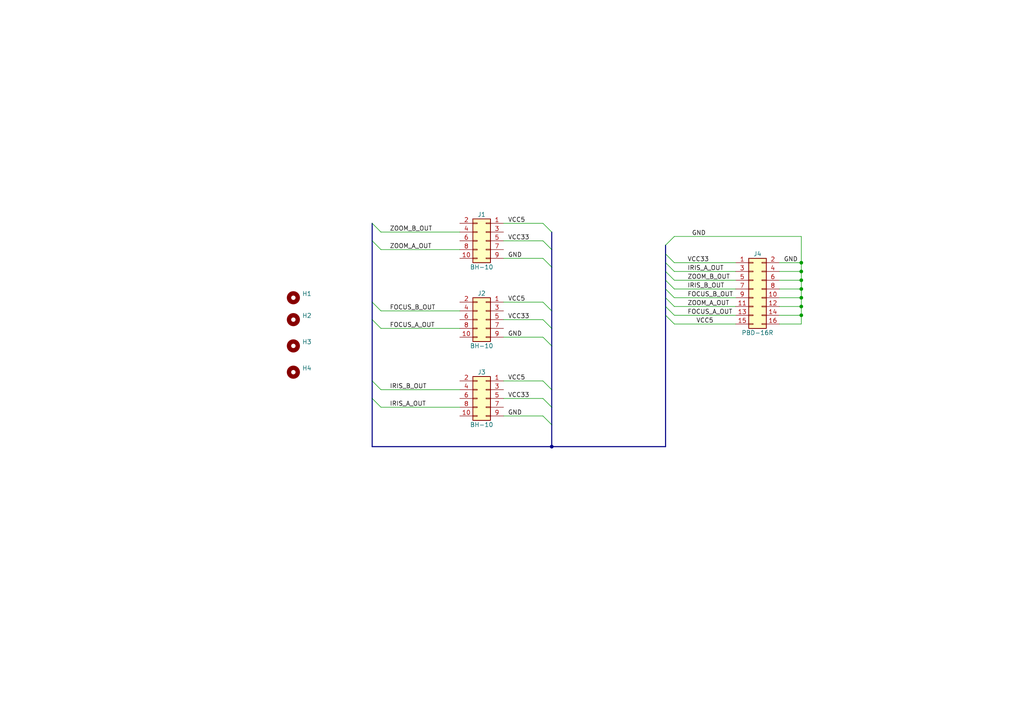
<source format=kicad_sch>
(kicad_sch (version 20211123) (generator eeschema)
  (paper "A4")
  (lib_symbols
    (symbol "Connector_Generic:Conn_02x05_Odd_Even" (pin_names (offset 1.016) hide)
      (property "Reference" "J" (at 1.27 7.62 0))
      (property "Value" "Conn_02x05_Odd_Even" (at 1.27 -7.62 0))
      (symbol "Conn_02x05_Odd_Even_1_1"
        (rectangle (start -1.27 -4.953) (end 0 -5.207) (stroke (width 0.1524)))
        (rectangle (start -1.27 -2.413) (end 0 -2.667) (stroke (width 0.1524)))
        (rectangle (start -1.27 0.127) (end 0 -0.127) (stroke (width 0.1524)))
        (rectangle (start -1.27 2.667) (end 0 2.413) (stroke (width 0.1524)))
        (rectangle (start -1.27 5.207) (end 0 4.953) (stroke (width 0.1524)))
        (rectangle (start -1.27 6.35) (end 3.81 -6.35) (stroke (width 0.254)) (fill (type background)))
        (rectangle (start 3.81 -4.953) (end 2.54 -5.207) (stroke (width 0.1524)))
        (rectangle (start 3.81 -2.413) (end 2.54 -2.667) (stroke (width 0.1524)))
        (rectangle (start 3.81 0.127) (end 2.54 -0.127) (stroke (width 0.1524)))
        (rectangle (start 3.81 2.667) (end 2.54 2.413) (stroke (width 0.1524)))
        (rectangle (start 3.81 5.207) (end 2.54 4.953) (stroke (width 0.1524)))
        (pin passive line (at -5.08 5.08 0) (length 3.81) (name "Pin_1") (number "1"))
        (pin passive line (at 7.62 -5.08 180) (length 3.81) (name "Pin_10") (number "10"))
        (pin passive line (at 7.62 5.08 180) (length 3.81) (name "Pin_2") (number "2"))
        (pin passive line (at -5.08 2.54 0) (length 3.81) (name "Pin_3") (number "3"))
        (pin passive line (at 7.62 2.54 180) (length 3.81) (name "Pin_4") (number "4"))
        (pin passive line (at -5.08 0 0) (length 3.81) (name "Pin_5") (number "5"))
        (pin passive line (at 7.62 0 180) (length 3.81) (name "Pin_6") (number "6"))
        (pin passive line (at -5.08 -2.54 0) (length 3.81) (name "Pin_7") (number "7"))
        (pin passive line (at 7.62 -2.54 180) (length 3.81) (name "Pin_8") (number "8"))
        (pin passive line (at -5.08 -5.08 0) (length 3.81) (name "Pin_9") (number "9"))
      )
    )
    (symbol "Connector_Generic:Conn_02x08_Odd_Even" (pin_names (offset 1.016) hide)
      (property "Reference" "J" (at 1.27 10.16 0))
      (property "Value" "Conn_02x08_Odd_Even" (at 1.27 -12.7 0))
      (symbol "Conn_02x08_Odd_Even_1_1"
        (rectangle (start -1.27 -10.033) (end 0 -10.287) (stroke (width 0.1524)))
        (rectangle (start -1.27 -7.493) (end 0 -7.747) (stroke (width 0.1524)))
        (rectangle (start -1.27 -4.953) (end 0 -5.207) (stroke (width 0.1524)))
        (rectangle (start -1.27 -2.413) (end 0 -2.667) (stroke (width 0.1524)))
        (rectangle (start -1.27 0.127) (end 0 -0.127) (stroke (width 0.1524)))
        (rectangle (start -1.27 2.667) (end 0 2.413) (stroke (width 0.1524)))
        (rectangle (start -1.27 5.207) (end 0 4.953) (stroke (width 0.1524)))
        (rectangle (start -1.27 7.747) (end 0 7.493) (stroke (width 0.1524)))
        (rectangle (start -1.27 8.89) (end 3.81 -11.43) (stroke (width 0.254)) (fill (type background)))
        (rectangle (start 3.81 -10.033) (end 2.54 -10.287) (stroke (width 0.1524)))
        (rectangle (start 3.81 -7.493) (end 2.54 -7.747) (stroke (width 0.1524)))
        (rectangle (start 3.81 -4.953) (end 2.54 -5.207) (stroke (width 0.1524)))
        (rectangle (start 3.81 -2.413) (end 2.54 -2.667) (stroke (width 0.1524)))
        (rectangle (start 3.81 0.127) (end 2.54 -0.127) (stroke (width 0.1524)))
        (rectangle (start 3.81 2.667) (end 2.54 2.413) (stroke (width 0.1524)))
        (rectangle (start 3.81 5.207) (end 2.54 4.953) (stroke (width 0.1524)))
        (rectangle (start 3.81 7.747) (end 2.54 7.493) (stroke (width 0.1524)))
        (pin passive line (at -5.08 7.62 0) (length 3.81) (name "Pin_1") (number "1"))
        (pin passive line (at 7.62 -2.54 180) (length 3.81) (name "Pin_10") (number "10"))
        (pin passive line (at -5.08 -5.08 0) (length 3.81) (name "Pin_11") (number "11"))
        (pin passive line (at 7.62 -5.08 180) (length 3.81) (name "Pin_12") (number "12"))
        (pin passive line (at -5.08 -7.62 0) (length 3.81) (name "Pin_13") (number "13"))
        (pin passive line (at 7.62 -7.62 180) (length 3.81) (name "Pin_14") (number "14"))
        (pin passive line (at -5.08 -10.16 0) (length 3.81) (name "Pin_15") (number "15"))
        (pin passive line (at 7.62 -10.16 180) (length 3.81) (name "Pin_16") (number "16"))
        (pin passive line (at 7.62 7.62 180) (length 3.81) (name "Pin_2") (number "2"))
        (pin passive line (at -5.08 5.08 0) (length 3.81) (name "Pin_3") (number "3"))
        (pin passive line (at 7.62 5.08 180) (length 3.81) (name "Pin_4") (number "4"))
        (pin passive line (at -5.08 2.54 0) (length 3.81) (name "Pin_5") (number "5"))
        (pin passive line (at 7.62 2.54 180) (length 3.81) (name "Pin_6") (number "6"))
        (pin passive line (at -5.08 0 0) (length 3.81) (name "Pin_7") (number "7"))
        (pin passive line (at 7.62 0 180) (length 3.81) (name "Pin_8") (number "8"))
        (pin passive line (at -5.08 -2.54 0) (length 3.81) (name "Pin_9") (number "9"))
      )
    )
    (symbol "Mechanical:MountingHole" (pin_names (offset 1.016))
      (property "Reference" "H" (at 0 5.08 0))
      (property "Value" "MountingHole" (at 0 3.175 0))
      (symbol "MountingHole_0_1"
        (circle (center 0 0) (radius 1.27) (stroke (width 1.27)))
      )
    )
  )
  (junction (at 232.41 88.9))
  (junction (at 232.41 78.74))
  (junction (at 232.41 86.36))
  (junction (at 232.41 76.2))
  (junction (at 232.41 83.82))
  (junction (at 232.41 91.44))
  (junction (at 232.41 81.28))
  (junction (at 160.02 129.54))
  (bus_entry (at 193.04 71.12) (size 2.54 -2.54))
  (bus_entry (at 107.95 69.85) (size 2.54 2.54))
  (bus_entry (at 107.95 64.77) (size 2.54 2.54))
  (bus_entry (at 107.95 87.63) (size 2.54 2.54))
  (bus_entry (at 107.95 92.71) (size 2.54 2.54))
  (bus_entry (at 107.95 110.49) (size 2.54 2.54))
  (bus_entry (at 107.95 115.57) (size 2.54 2.54))
  (bus_entry (at 193.04 73.66) (size 2.54 2.54))
  (bus_entry (at 193.04 76.2) (size 2.54 2.54))
  (bus_entry (at 193.04 78.74) (size 2.54 2.54))
  (bus_entry (at 193.04 81.28) (size 2.54 2.54))
  (bus_entry (at 193.04 83.82) (size 2.54 2.54))
  (bus_entry (at 193.04 86.36) (size 2.54 2.54))
  (bus_entry (at 193.04 88.9) (size 2.54 2.54))
  (bus_entry (at 193.04 91.44) (size 2.54 2.54))
  (bus_entry (at 157.48 92.71) (size 2.54 2.54))
  (bus_entry (at 157.48 69.85) (size 2.54 2.54))
  (bus_entry (at 157.48 74.93) (size 2.54 2.54))
  (bus_entry (at 157.48 64.77) (size 2.54 2.54))
  (bus_entry (at 157.48 87.63) (size 2.54 2.54))
  (bus_entry (at 157.48 120.65) (size 2.54 2.54))
  (bus_entry (at 157.48 110.49) (size 2.54 2.54))
  (bus_entry (at 157.48 115.57) (size 2.54 2.54))
  (bus_entry (at 157.48 97.79) (size 2.54 2.54))
  (bus (pts (xy 160.02 72.39) (xy 160.02 77.47)))
  (bus (pts (xy 160.02 113.03) (xy 160.02 118.11)))
  (wire (pts (xy 232.41 88.9) (xy 232.41 91.44)))
  (bus (pts (xy 193.04 81.28) (xy 193.04 83.82)))
  (wire (pts (xy 226.06 83.82) (xy 232.41 83.82)))
  (wire (pts (xy 232.41 78.74) (xy 232.41 81.28)))
  (bus (pts (xy 160.02 129.54) (xy 160.02 123.19)))
  (wire (pts (xy 110.49 95.25) (xy 133.35 95.25)))
  (bus (pts (xy 107.95 115.57) (xy 107.95 129.54)))
  (bus (pts (xy 193.04 76.2) (xy 193.04 78.74)))
  (bus (pts (xy 193.04 88.9) (xy 193.04 91.44)))
  (wire (pts (xy 195.58 78.74) (xy 213.36 78.74)))
  (wire (pts (xy 226.06 93.98) (xy 232.41 93.98)))
  (wire (pts (xy 195.58 86.36) (xy 213.36 86.36)))
  (wire (pts (xy 195.58 68.58) (xy 232.41 68.58)))
  (wire (pts (xy 226.06 81.28) (xy 232.41 81.28)))
  (wire (pts (xy 195.58 88.9) (xy 213.36 88.9)))
  (wire (pts (xy 226.06 91.44) (xy 232.41 91.44)))
  (wire (pts (xy 146.05 87.63) (xy 157.48 87.63)))
  (wire (pts (xy 232.41 68.58) (xy 232.41 76.2)))
  (wire (pts (xy 146.05 74.93) (xy 157.48 74.93)))
  (wire (pts (xy 195.58 81.28) (xy 213.36 81.28)))
  (bus (pts (xy 193.04 73.66) (xy 193.04 76.2)))
  (bus (pts (xy 193.04 71.12) (xy 193.04 73.66)))
  (wire (pts (xy 232.41 76.2) (xy 232.41 78.74)))
  (wire (pts (xy 232.41 86.36) (xy 232.41 88.9)))
  (bus (pts (xy 193.04 78.74) (xy 193.04 81.28)))
  (wire (pts (xy 110.49 113.03) (xy 133.35 113.03)))
  (wire (pts (xy 146.05 97.79) (xy 157.48 97.79)))
  (bus (pts (xy 160.02 90.17) (xy 160.02 95.25)))
  (wire (pts (xy 146.05 92.71) (xy 157.48 92.71)))
  (bus (pts (xy 193.04 86.36) (xy 193.04 88.9)))
  (wire (pts (xy 110.49 90.17) (xy 133.35 90.17)))
  (wire (pts (xy 195.58 83.82) (xy 213.36 83.82)))
  (bus (pts (xy 160.02 129.54) (xy 193.04 129.54)))
  (bus (pts (xy 107.95 92.71) (xy 107.95 110.49)))
  (wire (pts (xy 110.49 72.39) (xy 133.35 72.39)))
  (bus (pts (xy 160.02 67.31) (xy 160.02 72.39)))
  (wire (pts (xy 146.05 120.65) (xy 157.48 120.65)))
  (wire (pts (xy 226.06 86.36) (xy 232.41 86.36)))
  (wire (pts (xy 146.05 69.85) (xy 157.48 69.85)))
  (wire (pts (xy 226.06 88.9) (xy 232.41 88.9)))
  (wire (pts (xy 195.58 93.98) (xy 213.36 93.98)))
  (wire (pts (xy 146.05 64.77) (xy 157.48 64.77)))
  (bus (pts (xy 160.02 77.47) (xy 160.02 90.17)))
  (wire (pts (xy 232.41 83.82) (xy 232.41 86.36)))
  (bus (pts (xy 193.04 83.82) (xy 193.04 86.36)))
  (wire (pts (xy 232.41 81.28) (xy 232.41 83.82)))
  (wire (pts (xy 226.06 78.74) (xy 232.41 78.74)))
  (wire (pts (xy 157.48 115.57) (xy 146.05 115.57)))
  (wire (pts (xy 226.06 76.2) (xy 232.41 76.2)))
  (bus (pts (xy 107.95 87.63) (xy 107.95 92.71)))
  (wire (pts (xy 195.58 91.44) (xy 213.36 91.44)))
  (wire (pts (xy 232.41 91.44) (xy 232.41 93.98)))
  (wire (pts (xy 110.49 118.11) (xy 133.35 118.11)))
  (bus (pts (xy 160.02 100.33) (xy 160.02 113.03)))
  (bus (pts (xy 107.95 69.85) (xy 107.95 87.63)))
  (bus (pts (xy 160.02 95.25) (xy 160.02 100.33)))
  (bus (pts (xy 107.95 64.77) (xy 107.95 69.85)))
  (bus (pts (xy 107.95 129.54) (xy 160.02 129.54)))
  (bus (pts (xy 193.04 91.44) (xy 193.04 129.54)))
  (bus (pts (xy 160.02 118.11) (xy 160.02 123.19)))
  (wire (pts (xy 195.58 76.2) (xy 213.36 76.2)))
  (wire (pts (xy 110.49 67.31) (xy 133.35 67.31)))
  (wire (pts (xy 146.05 110.49) (xy 157.48 110.49)))
  (bus (pts (xy 107.95 110.49) (xy 107.95 115.57)))
  (label "VCC5" (at 147.32 87.63 0))
  (label "IRIS_A_OUT" (at 113.03 118.11 0))
  (label "VCC33" (at 199.39 76.2 0))
  (label "FOCUS_B_OUT" (at 113.03 90.17 0))
  (label "IRIS_B_OUT" (at 199.39 83.82 0))
  (label "GND" (at 147.32 120.65 0))
  (label "FOCUS_A_OUT" (at 199.39 91.44 0))
  (label "ZOOM_A_OUT" (at 113.03 72.39 0))
  (label "FOCUS_A_OUT" (at 113.03 95.25 0))
  (label "GND" (at 227.33 76.2 0))
  (label "IRIS_B_OUT" (at 113.03 113.03 0))
  (label "FOCUS_B_OUT" (at 199.39 86.36 0))
  (label "VCC5" (at 147.32 110.49 0))
  (label "ZOOM_B_OUT" (at 113.03 67.31 0))
  (label "GND" (at 147.32 74.93 0))
  (label "VCC33" (at 147.32 69.85 0))
  (label "ZOOM_A_OUT" (at 199.39 88.9 0))
  (label "VCC5" (at 201.93 93.98 0))
  (label "GND" (at 147.32 97.79 0))
  (label "GND" (at 200.66 68.58 0))
  (label "VCC33" (at 147.32 92.71 0))
  (label "ZOOM_B_OUT" (at 199.39 81.28 0))
  (label "VCC5" (at 147.32 64.77 0))
  (label "IRIS_A_OUT" (at 199.39 78.74 0))
  (label "VCC33" (at 147.32 115.57 0))
  (symbol (lib_id "Mechanical:MountingHole") (at 85.09 100.33 0) (unit 1)
    (property "Reference" "H3" (at 87.63 99.1616 0) (effects (justify left)))
    (property "Value" "MountingHole" (effects hide))
    (property "Footprint" "MountingHole:MountingHole_3.2mm_M3" (effects hide))
  )
  (symbol (lib_id "Connector_Generic:Conn_02x05_Odd_Even") (at 140.97 115.57 0) (mirror y) (unit 1)
    (property "Reference" "J3" (at 139.7 107.95 0))
    (property "Value" "BH-10" (at 139.7 123.19 0))
    (property "Footprint" "Connector_IDC:IDC-Header_2x05_P2.54mm_Vertical" (effects hide))
  )
  (symbol (lib_id "Mechanical:MountingHole") (at 85.09 107.95 0) (unit 1)
    (property "Reference" "H4" (at 87.63 106.7816 0) (effects (justify left)))
    (property "Value" "MountingHole" (effects hide))
    (property "Footprint" "MountingHole:MountingHole_3.2mm_M3" (effects hide))
  )
  (symbol (lib_id "Connector_Generic:Conn_02x05_Odd_Even") (at 140.97 92.71 0) (mirror y) (unit 1)
    (property "Reference" "J2" (at 139.7 85.09 0))
    (property "Value" "BH-10" (at 139.7 100.33 0))
    (property "Footprint" "Connector_IDC:IDC-Header_2x05_P2.54mm_Vertical" (effects hide))
  )
  (symbol (lib_id "Connector_Generic:Conn_02x08_Odd_Even") (at 218.44 83.82 0) (unit 1)
    (property "Reference" "J4" (at 219.71 73.66 0))
    (property "Value" "PBD-16R" (at 219.71 96.52 0))
    (property "Footprint" "Connector_PinSocket_2.54mm:PinSocket_2x08_P2.54mm_Horizontal" (effects hide))
  )
  (symbol (lib_id "Connector_Generic:Conn_02x05_Odd_Even") (at 140.97 69.85 0) (mirror y) (unit 1)
    (property "Reference" "J1" (at 139.7 62.23 0))
    (property "Value" "BH-10" (at 139.7 77.47 0))
    (property "Footprint" "Connector_IDC:IDC-Header_2x05_P2.54mm_Vertical" (effects hide))
  )
  (symbol (lib_id "Mechanical:MountingHole") (at 85.09 92.71 0) (unit 1)
    (property "Reference" "H2" (at 87.63 91.5416 0) (effects (justify left)))
    (property "Value" "MountingHole" (effects hide))
    (property "Footprint" "MountingHole:MountingHole_3.2mm_M3" (effects hide))
  )
  (symbol (lib_id "Mechanical:MountingHole") (at 85.09 86.36 0) (unit 1)
    (property "Reference" "H1" (at 87.63 85.1916 0) (effects (justify left)))
    (property "Value" "MountingHole" (effects hide))
    (property "Footprint" "MountingHole:MountingHole_3.2mm_M3" (effects hide))
  )
)
</source>
